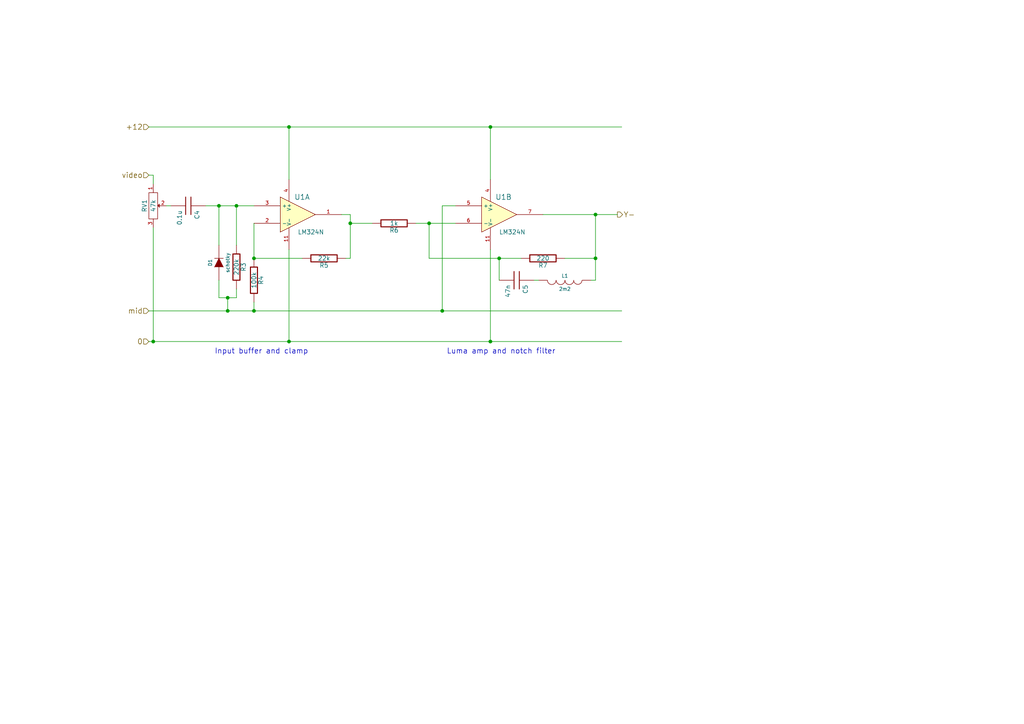
<source format=kicad_sch>
(kicad_sch (version 20211123) (generator eeschema)
  (paper "A4")
  (title_block (date "9 aug 2012"))
  (lib_symbols
    (symbol "NBSCIII-rescue:C" (pin_numbers hide) (pin_names (offset 0.254))
      (property "Reference" "C" (at 1.27 2.54 0))
      (property "Value" "C" (at 1.27 -2.54 0))
      (symbol "C_0_1"
        (polyline (pts (xy -2.54 -0.762) (xy 2.54 -0.762)) (stroke (width 0.254)))
        (polyline (pts (xy -2.54 0.762) (xy 2.54 0.762)) (stroke (width 0.254)))
      )
      (symbol "C_1_1"
        (pin passive line (at 0 5.08 270) (length 4.318) (name "~") (number "1"))
        (pin passive line (at 0 -5.08 90) (length 4.318) (name "~") (number "2"))
      )
    )
    (symbol "NBSCIII-rescue:DIODE" (pin_numbers hide) (pin_names (offset 1.016) hide)
      (property "Reference" "D" (at 0 2.54 0))
      (property "Value" "DIODE" (at 0 -2.54 0))
      (symbol "DIODE_0_1"
        (polyline (pts (xy 1.27 1.27) (xy 1.27 -1.27)) (stroke (width 0.1524)))
        (polyline (pts (xy -1.27 1.27) (xy 1.27 0) (xy -1.27 -1.27)) (fill (type outline)))
      )
      (symbol "DIODE_1_1"
        (pin passive line (at -5.08 0 0) (length 3.81) (name "A") (number "1"))
        (pin passive line (at 5.08 0 180) (length 3.81) (name "K") (number "2"))
      )
    )
    (symbol "NBSCIII-rescue:INDUCTOR" (pin_numbers hide) (pin_names (offset 1.016) hide)
      (property "Reference" "L" (at -1.27 0 90))
      (property "Value" "INDUCTOR" (at 2.54 0 90))
      (symbol "INDUCTOR_0_1"
        (arc (start 0.0254 -5.0546) (mid 1.2449 -3.8097) (end 0.0254 -2.54))
        (arc (start 0.0254 -2.5146) (mid 1.2703 -1.2444) (end 0.0254 0.0508))
        (arc (start 0.0254 0.0254) (mid 1.2703 1.2956) (end 0.0254 2.5908))
        (arc (start 0.0254 2.5654) (mid 1.1941 3.7595) (end 0.0254 4.9784))
      )
      (symbol "INDUCTOR_1_1"
        (pin passive line (at 0 7.62 270) (length 2.54) (name "1") (number "1"))
        (pin passive line (at 0 -7.62 90) (length 2.54) (name "2") (number "2"))
      )
    )
    (symbol "NBSCIII-rescue:LM324N"
      (property "Reference" "U" (at 1.27 5.08 0))
      (property "Value" "LM324N" (at 3.81 -5.08 0))
      (symbol "LM324N_0_1"
        (polyline (pts (xy -5.08 5.08) (xy 5.08 0) (xy -5.08 -5.08) (xy -5.08 5.08)) (stroke (width 0.1524)) (fill (type background)))
        (pin power_in line (at -2.54 -10.16 90) (length 6.35) (name "V-") (number "11"))
        (pin power_in line (at -2.54 10.16 270) (length 6.35) (name "V+") (number "4"))
      )
      (symbol "LM324N_1_1"
        (pin output line (at 12.7 0 180) (length 7.62) (name "~") (number "1"))
        (pin input line (at -12.7 -2.54 0) (length 7.62) (name "-") (number "2"))
        (pin input line (at -12.7 2.54 0) (length 7.62) (name "+") (number "3"))
      )
      (symbol "LM324N_2_1"
        (pin input line (at -12.7 2.54 0) (length 7.62) (name "+") (number "5"))
        (pin input line (at -12.7 -2.54 0) (length 7.62) (name "-") (number "6"))
        (pin output line (at 12.7 0 180) (length 7.62) (name "~") (number "7"))
      )
      (symbol "LM324N_3_1"
        (pin input line (at -12.7 2.54 0) (length 7.62) (name "+") (number "10"))
        (pin output line (at 12.7 0 180) (length 7.62) (name "~") (number "8"))
        (pin input line (at -12.7 -2.54 0) (length 7.62) (name "-") (number "9"))
      )
      (symbol "LM324N_4_1"
        (pin input line (at -12.7 2.54 0) (length 7.62) (name "+") (number "12"))
        (pin input line (at -12.7 -2.54 0) (length 7.62) (name "-") (number "13"))
        (pin output line (at 12.7 0 180) (length 7.62) (name "~") (number "14"))
      )
    )
    (symbol "NBSCIII-rescue:POT" (pin_names (offset 1.016) hide)
      (property "Reference" "RV" (at 0 -2.54 0))
      (property "Value" "POT" (at 0 0 0))
      (symbol "POT_0_1"
        (rectangle (start -3.81 1.27) (end 3.81 -1.27))
        (polyline (pts (xy 0 1.27) (xy -0.508 1.778) (xy 0.508 1.778)) (fill (type outline)))
      )
      (symbol "POT_1_1"
        (pin passive line (at -6.35 0 0) (length 2.54) (name "1") (number "1"))
        (pin passive line (at 0 3.81 270) (length 2.032) (name "2") (number "2"))
        (pin passive line (at 6.35 0 180) (length 2.54) (name "3") (number "3"))
      )
    )
    (symbol "NBSCIII-rescue:R" (pin_numbers hide) (pin_names (offset 0))
      (property "Reference" "R" (at 2.032 0 90))
      (property "Value" "R" (at 0 0 90))
      (symbol "R_0_1"
        (rectangle (start -1.016 3.81) (end 1.016 -3.81) (stroke (width 0.3048)))
      )
      (symbol "R_1_1"
        (pin passive line (at 0 6.35 270) (length 2.54) (name "~") (number "1"))
        (pin passive line (at 0 -6.35 90) (length 2.54) (name "~") (number "2"))
      )
    )
  )
  (junction (at 172.72 62.23))
  (junction (at 73.66 90.17))
  (junction (at 172.72 74.93))
  (junction (at 144.78 74.93))
  (junction (at 68.58 59.69))
  (junction (at 142.24 36.83))
  (junction (at 83.82 36.83))
  (junction (at 63.5 59.69))
  (junction (at 142.24 99.06))
  (junction (at 83.82 99.06))
  (junction (at 66.04 90.17))
  (junction (at 44.45 99.06))
  (junction (at 128.27 90.17))
  (junction (at 124.46 64.77))
  (junction (at 101.6 64.77))
  (junction (at 73.66 74.93))
  (junction (at 66.04 86.36))
  (wire (pts (xy 128.27 59.69) (xy 132.08 59.69)))
  (wire (pts (xy 73.66 90.17) (xy 73.66 87.63)))
  (wire (pts (xy 68.58 59.69) (xy 68.58 71.12)))
  (wire (pts (xy 83.82 99.06) (xy 142.24 99.06)))
  (wire (pts (xy 73.66 64.77) (xy 73.66 74.93)))
  (wire (pts (xy 101.6 64.77) (xy 107.95 64.77)))
  (wire (pts (xy 142.24 36.83) (xy 142.24 52.07)))
  (wire (pts (xy 63.5 71.12) (xy 63.5 59.69)))
  (wire (pts (xy 124.46 64.77) (xy 120.65 64.77)))
  (wire (pts (xy 124.46 74.93) (xy 124.46 64.77)))
  (wire (pts (xy 44.45 50.8) (xy 43.18 50.8)))
  (wire (pts (xy 43.18 99.06) (xy 44.45 99.06)))
  (wire (pts (xy 66.04 90.17) (xy 73.66 90.17)))
  (wire (pts (xy 83.82 36.83) (xy 142.24 36.83)))
  (wire (pts (xy 128.27 90.17) (xy 128.27 59.69)))
  (wire (pts (xy 142.24 99.06) (xy 180.34 99.06)))
  (wire (pts (xy 44.45 99.06) (xy 83.82 99.06)))
  (wire (pts (xy 128.27 90.17) (xy 180.34 90.17)))
  (wire (pts (xy 73.66 74.93) (xy 87.63 74.93)))
  (wire (pts (xy 44.45 99.06) (xy 44.45 66.04)))
  (wire (pts (xy 144.78 74.93) (xy 124.46 74.93)))
  (wire (pts (xy 142.24 99.06) (xy 142.24 72.39)))
  (wire (pts (xy 63.5 59.69) (xy 68.58 59.69)))
  (wire (pts (xy 83.82 52.07) (xy 83.82 36.83)))
  (wire (pts (xy 48.26 59.69) (xy 49.53 59.69)))
  (wire (pts (xy 43.18 36.83) (xy 83.82 36.83)))
  (wire (pts (xy 154.94 81.28) (xy 156.21 81.28)))
  (wire (pts (xy 101.6 64.77) (xy 101.6 74.93)))
  (wire (pts (xy 157.48 62.23) (xy 172.72 62.23)))
  (wire (pts (xy 151.13 74.93) (xy 144.78 74.93)))
  (wire (pts (xy 59.69 59.69) (xy 63.5 59.69)))
  (wire (pts (xy 142.24 36.83) (xy 180.34 36.83)))
  (wire (pts (xy 66.04 86.36) (xy 63.5 86.36)))
  (wire (pts (xy 73.66 90.17) (xy 128.27 90.17)))
  (wire (pts (xy 172.72 74.93) (xy 163.83 74.93)))
  (wire (pts (xy 68.58 86.36) (xy 66.04 86.36)))
  (wire (pts (xy 43.18 90.17) (xy 66.04 90.17)))
  (wire (pts (xy 68.58 59.69) (xy 73.66 59.69)))
  (wire (pts (xy 66.04 90.17) (xy 66.04 86.36)))
  (wire (pts (xy 172.72 81.28) (xy 172.72 74.93)))
  (wire (pts (xy 171.45 81.28) (xy 172.72 81.28)))
  (wire (pts (xy 63.5 86.36) (xy 63.5 81.28)))
  (wire (pts (xy 172.72 62.23) (xy 179.07 62.23)))
  (wire (pts (xy 44.45 53.34) (xy 44.45 50.8)))
  (wire (pts (xy 132.08 64.77) (xy 124.46 64.77)))
  (wire (pts (xy 144.78 81.28) (xy 144.78 74.93)))
  (wire (pts (xy 101.6 62.23) (xy 101.6 64.77)))
  (wire (pts (xy 68.58 83.82) (xy 68.58 86.36)))
  (wire (pts (xy 83.82 72.39) (xy 83.82 99.06)))
  (wire (pts (xy 172.72 74.93) (xy 172.72 62.23)))
  (wire (pts (xy 101.6 74.93) (xy 100.33 74.93)))
  (wire (pts (xy 99.06 62.23) (xy 101.6 62.23)))
  (text "Input buffer and clamp" (at 62.23 102.87 0) (effects (font (size 1.524 1.524)) (justify left bottom)))
  (text "Luma amp and notch filter" (at 129.54 102.87 0) (effects (font (size 1.524 1.524)) (justify left bottom)))
  (hierarchical_label "video" (shape input) (at 43.18 50.8 180) (effects (font (size 1.524 1.524))))
  (hierarchical_label "+12" (shape input) (at 43.18 36.83 180) (effects (font (size 1.524 1.524))))
  (hierarchical_label "0" (shape input) (at 43.18 99.06 180) (effects (font (size 1.524 1.524))))
  (hierarchical_label "mid" (shape input) (at 43.18 90.17 180) (effects (font (size 1.524 1.524))))
  (hierarchical_label "Y-" (shape output) (at 179.07 62.23 0) (effects (font (size 1.524 1.524))))
  (symbol (lib_id "NBSCIII-rescue:LM324N") (at 86.36 62.23 0) (unit 1)
    (property "Reference" "U1" (at 87.63 57.15 0) (effects (font (size 1.524 1.524))))
    (property "Value" "LM324N" (at 90.17 67.31 0))
  )
  (symbol (lib_id "NBSCIII-rescue:POT") (at 44.45 59.69 270) (unit 1)
    (property "Reference" "RV1" (at 41.91 59.69 0))
    (property "Value" "47k" (at 44.45 59.69 0))
  )
  (symbol (lib_id "NBSCIII-rescue:C") (at 54.61 59.69 270) (unit 1)
    (property "Reference" "C4" (at 57.15 60.96 0) (effects (justify left)))
    (property "Value" "0.1u" (at 52.07 60.96 0) (effects (justify left)))
  )
  (symbol (lib_id "NBSCIII-rescue:DIODE") (at 63.5 76.2 90) (unit 1)
    (property "Reference" "D1" (at 60.96 76.2 0) (effects (font (size 1.016 1.016))))
    (property "Value" "schotky" (at 66.04 76.2 0) (effects (font (size 1.016 1.016))))
  )
  (symbol (lib_id "NBSCIII-rescue:R") (at 68.58 77.47 0) (unit 1)
    (property "Reference" "R3" (at 70.612 77.47 90))
    (property "Value" "220k" (at 68.58 77.47 90))
  )
  (symbol (lib_id "NBSCIII-rescue:R") (at 73.66 81.28 0) (unit 1)
    (property "Reference" "R4" (at 75.692 81.28 90))
    (property "Value" "100k" (at 73.66 81.28 90))
  )
  (symbol (lib_id "NBSCIII-rescue:R") (at 93.98 74.93 270) (unit 1)
    (property "Reference" "R5" (at 93.98 76.962 90))
    (property "Value" "22k" (at 93.98 74.93 90))
  )
  (symbol (lib_id "NBSCIII-rescue:LM324N") (at 144.78 62.23 0) (unit 2)
    (property "Reference" "U1" (at 146.05 57.15 0) (effects (font (size 1.524 1.524))))
    (property "Value" "LM324N" (at 148.59 67.31 0))
  )
  (symbol (lib_id "NBSCIII-rescue:R") (at 114.3 64.77 270) (unit 1)
    (property "Reference" "R6" (at 114.3 66.802 90))
    (property "Value" "1k" (at 114.3 64.77 90))
  )
  (symbol (lib_id "NBSCIII-rescue:R") (at 157.48 74.93 270) (unit 1)
    (property "Reference" "R7" (at 157.48 76.962 90))
    (property "Value" "220" (at 157.48 74.93 90))
  )
  (symbol (lib_id "NBSCIII-rescue:C") (at 149.86 81.28 270) (unit 1)
    (property "Reference" "C5" (at 152.4 82.55 0) (effects (justify left)))
    (property "Value" "47n" (at 147.32 82.55 0) (effects (justify left)))
  )
  (symbol (lib_id "NBSCIII-rescue:INDUCTOR") (at 163.83 81.28 270) (unit 1)
    (property "Reference" "L1" (at 163.83 80.01 90) (effects (font (size 1.016 1.016))))
    (property "Value" "2m2" (at 163.83 83.82 90) (effects (font (size 1.016 1.016))))
  )
)
</source>
